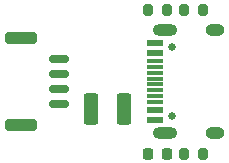
<source format=gts>
G04 #@! TF.GenerationSoftware,KiCad,Pcbnew,(7.0.0)*
G04 #@! TF.CreationDate,2023-03-15T02:55:48+08:00*
G04 #@! TF.ProjectId,USB_C_Breakout_GH1.25_4Pin,5553425f-435f-4427-9265-616b6f75745f,rev?*
G04 #@! TF.SameCoordinates,Original*
G04 #@! TF.FileFunction,Soldermask,Top*
G04 #@! TF.FilePolarity,Negative*
%FSLAX46Y46*%
G04 Gerber Fmt 4.6, Leading zero omitted, Abs format (unit mm)*
G04 Created by KiCad (PCBNEW (7.0.0)) date 2023-03-15 02:55:48*
%MOMM*%
%LPD*%
G01*
G04 APERTURE LIST*
G04 Aperture macros list*
%AMRoundRect*
0 Rectangle with rounded corners*
0 $1 Rounding radius*
0 $2 $3 $4 $5 $6 $7 $8 $9 X,Y pos of 4 corners*
0 Add a 4 corners polygon primitive as box body*
4,1,4,$2,$3,$4,$5,$6,$7,$8,$9,$2,$3,0*
0 Add four circle primitives for the rounded corners*
1,1,$1+$1,$2,$3*
1,1,$1+$1,$4,$5*
1,1,$1+$1,$6,$7*
1,1,$1+$1,$8,$9*
0 Add four rect primitives between the rounded corners*
20,1,$1+$1,$2,$3,$4,$5,0*
20,1,$1+$1,$4,$5,$6,$7,0*
20,1,$1+$1,$6,$7,$8,$9,0*
20,1,$1+$1,$8,$9,$2,$3,0*%
G04 Aperture macros list end*
%ADD10RoundRect,0.200000X-0.200000X-0.275000X0.200000X-0.275000X0.200000X0.275000X-0.200000X0.275000X0*%
%ADD11RoundRect,0.150000X-0.700000X0.150000X-0.700000X-0.150000X0.700000X-0.150000X0.700000X0.150000X0*%
%ADD12RoundRect,0.250000X-1.100000X0.250000X-1.100000X-0.250000X1.100000X-0.250000X1.100000X0.250000X0*%
%ADD13C,0.650000*%
%ADD14R,1.450000X0.600000*%
%ADD15R,1.450000X0.300000*%
%ADD16O,1.600000X1.000000*%
%ADD17O,2.100000X1.000000*%
%ADD18RoundRect,0.250000X-0.375000X-1.075000X0.375000X-1.075000X0.375000X1.075000X-0.375000X1.075000X0*%
%ADD19RoundRect,0.225000X-0.225000X-0.250000X0.225000X-0.250000X0.225000X0.250000X-0.225000X0.250000X0*%
G04 APERTURE END LIST*
D10*
X127953000Y-82296000D03*
X129603000Y-82296000D03*
X124905000Y-70104000D03*
X126555000Y-70104000D03*
X127953000Y-70104000D03*
X129603000Y-70104000D03*
D11*
X117420000Y-74325000D03*
X117420000Y-75575000D03*
X117420000Y-76825000D03*
X117420000Y-78075000D03*
D12*
X114220000Y-79925000D03*
X114220000Y-72475000D03*
D13*
X126940000Y-73310000D03*
X126940000Y-79090000D03*
D14*
X125494999Y-79449999D03*
X125494999Y-78649999D03*
D15*
X125494999Y-77449999D03*
X125494999Y-76449999D03*
X125494999Y-75949999D03*
X125494999Y-74949999D03*
D14*
X125494999Y-73749999D03*
X125494999Y-72949999D03*
X125494999Y-72949999D03*
X125494999Y-73749999D03*
D15*
X125494999Y-74449999D03*
X125494999Y-75449999D03*
X125494999Y-76949999D03*
X125494999Y-77949999D03*
D14*
X125494999Y-78649999D03*
X125494999Y-79449999D03*
D16*
X130589999Y-80519999D03*
D17*
X126409999Y-80519999D03*
X126409999Y-71879999D03*
D16*
X130589999Y-71879999D03*
D18*
X120139000Y-78486000D03*
X122939000Y-78486000D03*
D19*
X124955000Y-82296000D03*
X126505000Y-82296000D03*
M02*

</source>
